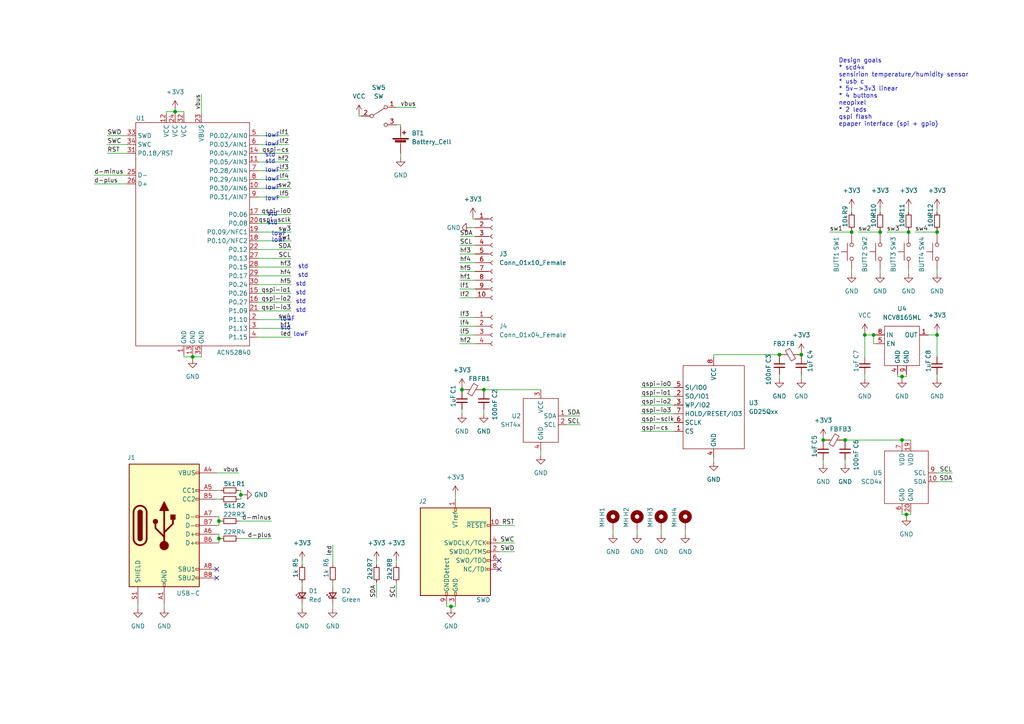
<source format=kicad_sch>
(kicad_sch (version 20211123) (generator eeschema)
  (paper "A4")
  (lib_symbols
    (symbol "Connector:Conn_01x04_Female" (pin_names (offset 1.016) hide)
      (property "Reference" "J" (at 0 5.08 0))
      (property "Value" "Conn_01x04_Female" (at 0 -7.62 0))
      (symbol "Conn_01x04_Female_1_1"
        (pin passive line (at -5.08 2.54 0) (length 3.81) (name "Pin_1") (number "1"))
        (pin passive line (at -5.08 0 0) (length 3.81) (name "Pin_2") (number "2"))
        (pin passive line (at -5.08 -2.54 0) (length 3.81) (name "Pin_3") (number "3"))
        (pin passive line (at -5.08 -5.08 0) (length 3.81) (name "Pin_4") (number "4"))
      )
    )
    (symbol "Connector:Conn_01x10_Female" (pin_names (offset 1.016) hide)
      (property "Reference" "J" (at 0 12.7 0))
      (property "Value" "Conn_01x10_Female" (at 0 -15.24 0))
      (symbol "Conn_01x10_Female_1_1"
        (pin passive line (at -5.08 10.16 0) (length 3.81) (name "Pin_1") (number "1"))
        (pin passive line (at -5.08 -12.7 0) (length 3.81) (name "Pin_10") (number "10"))
        (pin passive line (at -5.08 7.62 0) (length 3.81) (name "Pin_2") (number "2"))
        (pin passive line (at -5.08 5.08 0) (length 3.81) (name "Pin_3") (number "3"))
        (pin passive line (at -5.08 2.54 0) (length 3.81) (name "Pin_4") (number "4"))
        (pin passive line (at -5.08 0 0) (length 3.81) (name "Pin_5") (number "5"))
        (pin passive line (at -5.08 -2.54 0) (length 3.81) (name "Pin_6") (number "6"))
        (pin passive line (at -5.08 -5.08 0) (length 3.81) (name "Pin_7") (number "7"))
        (pin passive line (at -5.08 -7.62 0) (length 3.81) (name "Pin_8") (number "8"))
        (pin passive line (at -5.08 -10.16 0) (length 3.81) (name "Pin_9") (number "9"))
      )
    )
    (symbol "Connector:Conn_ARM_JTAG_SWD_10" (pin_names (offset 1.016))
      (property "Reference" "J" (at -2.54 16.51 0))
      (property "Value" "Conn_ARM_JTAG_SWD_10" (at -2.54 13.97 0))
      (symbol "Conn_ARM_JTAG_SWD_10_1_1"
        (pin power_in line (at 0 15.24 270) (length 2.54) (name "VTref") (number "1"))
        (pin open_collector line (at 12.7 7.62 180) (length 2.54) (name "~{RESET}") (number "10"))
        (pin bidirectional line (at 12.7 0 180) (length 2.54) (name "SWDIO/TMS") (number "2"))
        (pin power_in line (at 0 -15.24 90) (length 2.54) (name "GND") (number "3"))
        (pin output line (at 12.7 2.54 180) (length 2.54) (name "SWDCLK/TCK") (number "4"))
        (pin passive line (at 0 -15.24 90) (length 2.54) hide (name "GND") (number "5"))
        (pin input line (at 12.7 -2.54 180) (length 2.54) (name "SWO/TDO") (number "6"))
        (pin no_connect line (at -10.16 0 0) (length 2.54) hide (name "KEY") (number "7"))
        (pin output line (at 12.7 -5.08 180) (length 2.54) (name "NC/TDI") (number "8"))
        (pin passive line (at -2.54 -15.24 90) (length 2.54) (name "GNDDetect") (number "9"))
      )
    )
    (symbol "Connector:USB_C_Receptacle_USB2.0" (pin_names (offset 1.016))
      (property "Reference" "J" (at -10.16 19.05 0))
      (property "Value" "USB_C_Receptacle_USB2.0" (at 19.05 19.05 0))
      (symbol "USB_C_Receptacle_USB2.0_1_1"
        (pin passive line (at 0 -22.86 90) (length 5.08) (name "GND") (number "A1"))
        (pin passive line (at 0 -22.86 90) (length 5.08) hide (name "GND") (number "A12"))
        (pin passive line (at 15.24 15.24 180) (length 5.08) (name "VBUS") (number "A4"))
        (pin bidirectional line (at 15.24 10.16 180) (length 5.08) (name "CC1") (number "A5"))
        (pin bidirectional line (at 15.24 -2.54 180) (length 5.08) (name "D+") (number "A6"))
        (pin bidirectional line (at 15.24 2.54 180) (length 5.08) (name "D-") (number "A7"))
        (pin bidirectional line (at 15.24 -12.7 180) (length 5.08) (name "SBU1") (number "A8"))
        (pin passive line (at 15.24 15.24 180) (length 5.08) hide (name "VBUS") (number "A9"))
        (pin passive line (at 0 -22.86 90) (length 5.08) hide (name "GND") (number "B1"))
        (pin passive line (at 0 -22.86 90) (length 5.08) hide (name "GND") (number "B12"))
        (pin passive line (at 15.24 15.24 180) (length 5.08) hide (name "VBUS") (number "B4"))
        (pin bidirectional line (at 15.24 7.62 180) (length 5.08) (name "CC2") (number "B5"))
        (pin bidirectional line (at 15.24 -5.08 180) (length 5.08) (name "D+") (number "B6"))
        (pin bidirectional line (at 15.24 0 180) (length 5.08) (name "D-") (number "B7"))
        (pin bidirectional line (at 15.24 -15.24 180) (length 5.08) (name "SBU2") (number "B8"))
        (pin passive line (at 15.24 15.24 180) (length 5.08) hide (name "VBUS") (number "B9"))
        (pin passive line (at -7.62 -22.86 90) (length 5.08) (name "SHIELD") (number "S1"))
      )
    )
    (symbol "Device:Battery_Cell" (pin_numbers hide) (pin_names (offset 0) hide)
      (property "Reference" "BT" (at 2.54 2.54 0))
      (property "Value" "Battery_Cell" (at 2.54 0 0))
      (symbol "Battery_Cell_1_1"
        (pin passive line (at 0 5.08 270) (length 2.54) (name "+") (number "1"))
        (pin passive line (at 0 -2.54 90) (length 2.54) (name "-") (number "2"))
      )
    )
    (symbol "Device:C_Small" (pin_numbers hide) (pin_names (offset 0.254) hide)
      (property "Reference" "C" (at 0.254 1.778 0))
      (property "Value" "C_Small" (at 0.254 -2.032 0))
      (symbol "C_Small_1_1"
        (pin passive line (at 0 2.54 270) (length 2.032) (name "~") (number "1"))
        (pin passive line (at 0 -2.54 90) (length 2.032) (name "~") (number "2"))
      )
    )
    (symbol "Device:FerriteBead_Small" (pin_numbers hide) (pin_names (offset 0))
      (property "Reference" "FB" (at 1.905 1.27 0))
      (property "Value" "FerriteBead_Small" (at 1.905 -1.27 0))
      (symbol "FerriteBead_Small_1_1"
        (pin passive line (at 0 2.54 270) (length 1.27) (name "~") (number "1"))
        (pin passive line (at 0 -2.54 90) (length 1.27) (name "~") (number "2"))
      )
    )
    (symbol "Device:LED_Small" (pin_numbers hide) (pin_names (offset 0.254) hide)
      (property "Reference" "D" (at -1.27 3.175 0))
      (property "Value" "LED_Small" (at -4.445 -2.54 0))
      (symbol "LED_Small_1_1"
        (pin passive line (at -2.54 0 0) (length 1.778) (name "K") (number "1"))
        (pin passive line (at 2.54 0 180) (length 1.778) (name "A") (number "2"))
      )
    )
    (symbol "Device:R_Small" (pin_numbers hide) (pin_names (offset 0.254) hide)
      (property "Reference" "R" (at 0.762 0.508 0))
      (property "Value" "R_Small" (at 0.762 -1.016 0))
      (symbol "R_Small_1_1"
        (pin passive line (at 0 2.54 270) (length 0.762) (name "~") (number "1"))
        (pin passive line (at 0 -2.54 90) (length 0.762) (name "~") (number "2"))
      )
    )
    (symbol "Mechanical:MountingHole_Pad" (pin_numbers hide) (pin_names (offset 1.016) hide)
      (property "Reference" "H" (at 0 6.35 0))
      (property "Value" "MountingHole_Pad" (at 0 4.445 0))
      (symbol "MountingHole_Pad_1_1"
        (pin input line (at 0 -2.54 90) (length 2.54) (name "1") (number "1"))
      )
    )
    (symbol "Switch:SW_Push" (pin_numbers hide) (pin_names (offset 1.016) hide)
      (property "Reference" "SW" (at 1.27 2.54 0))
      (property "Value" "SW_Push" (at 0 -1.524 0))
      (symbol "SW_Push_0_1"
        (pin passive line (at -5.08 0 0) (length 2.54) (name "1") (number "1"))
        (pin passive line (at 5.08 0 180) (length 2.54) (name "2") (number "2"))
      )
    )
    (symbol "Switch:SW_SPDT" (pin_names (offset 0) hide)
      (property "Reference" "SW" (at 0 4.318 0))
      (property "Value" "SW_SPDT" (at 0 -5.08 0))
      (symbol "SW_SPDT_1_1"
        (pin passive line (at 5.08 2.54 180) (length 2.54) (name "A") (number "1"))
        (pin passive line (at -5.08 0 0) (length 2.54) (name "B") (number "2"))
        (pin passive line (at 5.08 -2.54 180) (length 2.54) (name "C") (number "3"))
      )
    )
    (symbol "moonforge-kicad:ACN52840"
      (property "Reference" "U" (at 13.97 43.18 0))
      (property "Value" "ACN52840" (at 11.43 -24.13 0))
      (symbol "ACN52840_1_1"
        (pin power_in line (at -2.54 -25.4 90) (length 2.54) (name "GND") (number "1"))
        (pin bidirectional line (at 19.05 22.86 180) (length 2.54) (name "P0.30/AIN6") (number "10"))
        (pin bidirectional line (at 19.05 30.48 180) (length 2.54) (name "P0.05/AIN3") (number "11"))
        (pin power_in line (at -7.62 44.45 270) (length 2.54) (name "VCC") (number "12"))
        (pin power_in line (at 0 -25.4 90) (length 2.54) (name "GND") (number "13"))
        (pin bidirectional line (at 19.05 33.02 180) (length 2.54) (name "P0.04/AIN2") (number "14"))
        (pin bidirectional line (at 19.05 -7.62 180) (length 2.54) (name "P0.26") (number "15"))
        (pin bidirectional line (at 19.05 -10.16 180) (length 2.54) (name "P0.27") (number "16"))
        (pin bidirectional line (at 19.05 15.24 180) (length 2.54) (name "P0.06") (number "17"))
        (pin bidirectional line (at 19.05 7.62 180) (length 2.54) (name "P0.10/NFC2") (number "18"))
        (pin bidirectional line (at 19.05 10.16 180) (length 2.54) (name "P0.09/NFC1") (number "19"))
        (pin bidirectional line (at 19.05 -15.24 180) (length 2.54) (name "P1.10") (number "2"))
        (pin bidirectional line (at 19.05 12.7 180) (length 2.54) (name "P0.08") (number "20"))
        (pin bidirectional line (at 19.05 -12.7 180) (length 2.54) (name "P1.09") (number "21"))
        (pin bidirectional line (at 19.05 5.08 180) (length 2.54) (name "P0.12") (number "22"))
        (pin input line (at 2.54 44.45 270) (length 2.54) (name "VBUS") (number "23"))
        (pin power_in line (at -5.08 44.45 270) (length 2.54) (name "VCC") (number "24"))
        (pin bidirectional line (at -19.05 26.67 0) (length 2.54) (name "D-") (number "25"))
        (pin bidirectional line (at -19.05 24.13 0) (length 2.54) (name "D+") (number "26"))
        (pin bidirectional line (at 19.05 2.54 180) (length 2.54) (name "P0.13") (number "27"))
        (pin bidirectional line (at 19.05 0 180) (length 2.54) (name "P0.15") (number "28"))
        (pin bidirectional line (at 19.05 -2.54 180) (length 2.54) (name "P0.17") (number "29"))
        (pin bidirectional line (at 19.05 -17.78 180) (length 2.54) (name "P1.13") (number "3"))
        (pin bidirectional line (at 19.05 -5.08 180) (length 2.54) (name "P0.24") (number "30"))
        (pin bidirectional line (at -19.05 33.02 0) (length 2.54) (name "P0.18/RST") (number "31"))
        (pin power_in line (at -2.54 44.45 270) (length 2.54) (name "VCC") (number "32"))
        (pin bidirectional line (at -19.05 38.1 0) (length 2.54) (name "SWD") (number "33"))
        (pin bidirectional line (at -19.05 35.56 0) (length 2.54) (name "SWC") (number "34"))
        (pin power_in line (at 2.54 -25.4 90) (length 2.54) (name "GND") (number "35"))
        (pin bidirectional line (at 19.05 -20.32 180) (length 2.54) (name "P1.15") (number "4"))
        (pin bidirectional line (at 19.05 38.1 180) (length 2.54) (name "P0.02/AIN0") (number "5"))
        (pin bidirectional line (at 19.05 35.56 180) (length 2.54) (name "P0.03/AIN1") (number "6"))
        (pin bidirectional line (at 19.05 27.94 180) (length 2.54) (name "P0.28/AIN4") (number "7"))
        (pin bidirectional line (at 19.05 25.4 180) (length 2.54) (name "P0.29/AIN5") (number "8"))
        (pin bidirectional line (at 19.05 20.32 180) (length 2.54) (name "P0.31/AIN7") (number "9"))
      )
    )
    (symbol "moonforge-kicad:GD25Qxx"
      (property "Reference" "U" (at 8.89 38.1 0))
      (property "Value" "GD25Qxx" (at 7.62 11.43 0))
      (symbol "GD25Qxx_1_1"
        (pin input line (at -10.16 17.78 0) (length 2.54) (name "CS") (number "1"))
        (pin input line (at -10.16 27.94 0) (length 2.54) (name "SO/IO1") (number "2"))
        (pin input line (at -10.16 25.4 0) (length 2.54) (name "WP/IO2") (number "3"))
        (pin power_in line (at 1.27 10.16 90) (length 2.54) (name "GND") (number "4"))
        (pin input line (at -10.16 30.48 0) (length 2.54) (name "SI/IO0") (number "5"))
        (pin input line (at -10.16 20.32 0) (length 2.54) (name "SCLK") (number "6"))
        (pin input line (at -10.16 22.86 0) (length 2.54) (name "HOLD/RESET/IO3") (number "7"))
        (pin power_in line (at 1.27 39.37 270) (length 2.54) (name "VCC") (number "8"))
      )
    )
    (symbol "moonforge-kicad:NCV8165ML"
      (property "Reference" "U" (at 3.81 10.16 0))
      (property "Value" "NCV8165ML" (at 7.62 -3.81 0))
      (symbol "NCV8165ML_1_1"
        (pin power_out line (at 7.62 6.35 180) (length 2.54) (name "OUT") (number "1"))
        (pin power_in line (at -1.27 -5.08 90) (length 2.54) (name "GND") (number "4"))
        (pin input line (at -7.62 3.81 0) (length 2.54) (name "EN") (number "5"))
        (pin power_in line (at -7.62 6.35 0) (length 2.54) (name "IN") (number "8"))
        (pin power_in line (at 1.27 -5.08 90) (length 2.54) (name "GND") (number "9"))
      )
    )
    (symbol "moonforge-kicad:SCD4x"
      (property "Reference" "U" (at -1.27 17.78 0))
      (property "Value" "SCD4x" (at -1.27 0 0))
      (symbol "SCD4x_1_1"
        (pin open_collector line (at 2.54 7.62 180) (length 2.54) (name "SDA") (number "10"))
        (pin power_in line (at -5.08 19.05 270) (length 2.54) (name "VDD") (number "19"))
        (pin power_in line (at -5.08 -1.27 90) (length 2.54) (name "GND") (number "20"))
        (pin power_in line (at -7.62 -1.27 90) (length 2.54) (name "GND") (number "6"))
        (pin power_in line (at -7.62 19.05 270) (length 2.54) (name "VDD") (number "7"))
        (pin open_collector line (at 2.54 10.16 180) (length 2.54) (name "SCL") (number "9"))
      )
    )
    (symbol "moonforge-kicad:SHT4x"
      (property "Reference" "U" (at 3.81 7.62 0))
      (property "Value" "SHT4x" (at 3.81 -7.62 0))
      (symbol "SHT4x_1_1"
        (pin open_collector line (at 7.62 1.27 180) (length 2.54) (name "SDA") (number "1"))
        (pin open_collector line (at 7.62 -1.27 180) (length 2.54) (name "SCL") (number "2"))
        (pin power_in line (at 0 8.89 270) (length 2.54) (name "VCC") (number "3"))
        (pin power_in line (at 0 -8.89 90) (length 2.54) (name "GND") (number "4"))
      )
    )
    (symbol "power:+3V3" (power) (pin_names (offset 0))
      (property "Value" "+3V3" (at 0 3.556 0))
      (symbol "+3V3_1_1"
        (pin power_in line (at 0 0 90) (length 0) hide (name "+3V3") (number "1"))
      )
    )
    (symbol "power:GND" (power) (pin_names (offset 0))
      (property "Value" "GND" (at 0 -3.81 0))
      (symbol "GND_1_1"
        (pin power_in line (at 0 0 270) (length 0) hide (name "GND") (number "1"))
      )
    )
    (symbol "power:VCC" (power) (pin_names (offset 0))
      (property "Value" "VCC" (at 0 3.81 0))
      (symbol "VCC_1_1"
        (pin power_in line (at 0 0 90) (length 0) hide (name "VCC") (number "1"))
      )
    )
  )
  (junction (at 271.78 67.31))
  (junction (at 50.8 32.385))
  (junction (at 263.525 67.31))
  (junction (at 238.76 127.635))
  (junction (at 55.88 103.505))
  (junction (at 271.78 97.155))
  (junction (at 250.825 97.155))
  (junction (at 255.27 67.31))
  (junction (at 247.015 67.31))
  (junction (at 262.89 149.225))
  (junction (at 245.11 127.635))
  (junction (at 226.06 102.87))
  (junction (at 261.62 127.635))
  (junction (at 261.62 109.22))
  (junction (at 63.5 156.21))
  (junction (at 133.985 113.03))
  (junction (at 63.5 151.13))
  (junction (at 130.81 175.895))
  (junction (at 140.335 113.03))
  (junction (at 232.41 102.87))
  (junction (at 253.365 97.155))
  (junction (at 69.85 143.51))
  (no_connect (at 144.78 162.56))
  (no_connect (at 144.78 165.1))
  (no_connect (at 62.865 167.64))
  (no_connect (at 62.865 165.1))
  (wire (pts (xy 140.335 113.03) (xy 156.845 113.03)))
  (wire (pts (xy 62.865 154.94) (xy 63.5 154.94)))
  (wire (pts (xy 74.93 52.07) (xy 83.82 52.07)))
  (wire (pts (xy 129.54 175.26) (xy 129.54 175.895)))
  (wire (pts (xy 255.27 60.325) (xy 255.27 61.595)))
  (wire (pts (xy 69.85 142.24) (xy 69.85 143.51)))
  (wire (pts (xy 164.465 123.19) (xy 168.275 123.19)))
  (wire (pts (xy 62.865 144.78) (xy 64.135 144.78)))
  (wire (pts (xy 140.335 113.03) (xy 140.335 113.665)))
  (wire (pts (xy 144.78 152.4) (xy 149.225 152.4)))
  (wire (pts (xy 232.41 108.585) (xy 232.41 109.855)))
  (wire (pts (xy 262.89 109.22) (xy 262.89 108.585)))
  (wire (pts (xy 164.465 120.65) (xy 168.275 120.65)))
  (wire (pts (xy 62.865 149.86) (xy 63.5 149.86)))
  (wire (pts (xy 129.54 175.895) (xy 130.81 175.895)))
  (wire (pts (xy 84.455 85.09) (xy 74.93 85.09)))
  (wire (pts (xy 69.85 143.51) (xy 69.85 144.78)))
  (wire (pts (xy 263.525 78.105) (xy 263.525 79.375)))
  (wire (pts (xy 27.305 50.8) (xy 36.83 50.8)))
  (wire (pts (xy 133.985 113.03) (xy 133.985 113.665)))
  (wire (pts (xy 255.27 66.675) (xy 255.27 67.31)))
  (wire (pts (xy 63.5 149.86) (xy 63.5 151.13)))
  (wire (pts (xy 74.93 54.61) (xy 84.455 54.61)))
  (wire (pts (xy 238.76 127) (xy 238.76 127.635)))
  (wire (pts (xy 198.755 153.67) (xy 198.755 154.94)))
  (wire (pts (xy 50.8 32.385) (xy 50.8 33.02)))
  (wire (pts (xy 186.055 122.555) (xy 195.58 122.555)))
  (wire (pts (xy 53.34 32.385) (xy 50.8 32.385)))
  (wire (pts (xy 133.35 76.2) (xy 137.795 76.2)))
  (wire (pts (xy 48.26 33.02) (xy 48.26 32.385)))
  (wire (pts (xy 186.055 114.935) (xy 195.58 114.935)))
  (wire (pts (xy 271.78 97.155) (xy 269.24 97.155)))
  (wire (pts (xy 55.88 103.505) (xy 55.88 102.87)))
  (wire (pts (xy 262.89 149.225) (xy 262.89 149.86)))
  (wire (pts (xy 264.16 128.27) (xy 264.16 127.635)))
  (wire (pts (xy 96.52 168.91) (xy 96.52 170.18)))
  (wire (pts (xy 255.27 78.105) (xy 255.27 79.375)))
  (wire (pts (xy 133.35 94.615) (xy 137.795 94.615)))
  (wire (pts (xy 109.22 162.56) (xy 109.22 163.83)))
  (wire (pts (xy 261.62 148.59) (xy 261.62 149.225)))
  (wire (pts (xy 261.62 109.22) (xy 262.89 109.22)))
  (wire (pts (xy 109.22 168.91) (xy 109.22 173.355)))
  (wire (pts (xy 191.77 153.67) (xy 191.77 154.94)))
  (wire (pts (xy 74.93 62.23) (xy 84.455 62.23)))
  (wire (pts (xy 96.52 175.26) (xy 96.52 176.53)))
  (wire (pts (xy 261.62 128.27) (xy 261.62 127.635)))
  (wire (pts (xy 261.62 109.22) (xy 261.62 109.855)))
  (wire (pts (xy 74.93 44.45) (xy 83.82 44.45)))
  (wire (pts (xy 63.5 151.13) (xy 64.135 151.13)))
  (wire (pts (xy 62.865 137.16) (xy 69.215 137.16)))
  (wire (pts (xy 271.78 137.16) (xy 276.225 137.16)))
  (wire (pts (xy 48.26 32.385) (xy 50.8 32.385)))
  (wire (pts (xy 184.785 153.67) (xy 184.785 154.94)))
  (wire (pts (xy 55.88 103.505) (xy 55.88 104.14)))
  (wire (pts (xy 62.865 157.48) (xy 63.5 157.48)))
  (wire (pts (xy 31.115 41.91) (xy 36.83 41.91)))
  (wire (pts (xy 254 99.695) (xy 253.365 99.695)))
  (wire (pts (xy 133.985 118.745) (xy 133.985 120.015)))
  (wire (pts (xy 74.93 82.55) (xy 84.455 82.55)))
  (wire (pts (xy 58.42 102.87) (xy 58.42 103.505)))
  (wire (pts (xy 226.695 102.87) (xy 226.06 102.87)))
  (wire (pts (xy 137.16 63.5) (xy 137.795 63.5)))
  (wire (pts (xy 114.935 36.195) (xy 116.205 36.195)))
  (wire (pts (xy 271.78 78.105) (xy 271.78 79.375)))
  (wire (pts (xy 136.525 66.04) (xy 137.795 66.04)))
  (wire (pts (xy 114.935 162.56) (xy 114.935 163.83)))
  (wire (pts (xy 74.93 57.15) (xy 83.82 57.15)))
  (wire (pts (xy 244.475 127.635) (xy 245.11 127.635)))
  (wire (pts (xy 271.78 60.325) (xy 271.78 61.595)))
  (wire (pts (xy 130.81 175.895) (xy 130.81 176.53)))
  (wire (pts (xy 238.76 133.35) (xy 238.76 134.62)))
  (wire (pts (xy 58.42 103.505) (xy 55.88 103.505)))
  (wire (pts (xy 69.85 144.78) (xy 69.215 144.78)))
  (wire (pts (xy 74.93 39.37) (xy 83.82 39.37)))
  (wire (pts (xy 271.78 96.52) (xy 271.78 97.155)))
  (wire (pts (xy 260.35 109.22) (xy 261.62 109.22)))
  (wire (pts (xy 226.06 108.585) (xy 226.06 109.855)))
  (wire (pts (xy 114.935 31.115) (xy 120.65 31.115)))
  (wire (pts (xy 226.06 102.87) (xy 226.06 103.505)))
  (wire (pts (xy 261.62 127.635) (xy 264.16 127.635)))
  (wire (pts (xy 238.76 127.635) (xy 238.76 128.27)))
  (wire (pts (xy 27.305 53.34) (xy 36.83 53.34)))
  (wire (pts (xy 50.8 32.385) (xy 50.8 31.75)))
  (wire (pts (xy 58.42 27.305) (xy 58.42 33.02)))
  (wire (pts (xy 69.215 156.21) (xy 78.74 156.21)))
  (wire (pts (xy 31.115 44.45) (xy 36.83 44.45)))
  (wire (pts (xy 245.11 133.35) (xy 245.11 134.62)))
  (wire (pts (xy 261.62 149.225) (xy 262.89 149.225)))
  (wire (pts (xy 247.015 60.325) (xy 247.015 61.595)))
  (wire (pts (xy 133.35 92.075) (xy 137.795 92.075)))
  (wire (pts (xy 74.93 69.85) (xy 84.455 69.85)))
  (wire (pts (xy 271.78 139.7) (xy 276.225 139.7)))
  (wire (pts (xy 248.92 67.31) (xy 255.27 67.31)))
  (wire (pts (xy 232.41 102.235) (xy 232.41 102.87)))
  (wire (pts (xy 133.35 86.36) (xy 137.795 86.36)))
  (wire (pts (xy 63.5 156.21) (xy 64.135 156.21)))
  (wire (pts (xy 74.93 64.77) (xy 84.455 64.77)))
  (wire (pts (xy 133.985 112.395) (xy 133.985 113.03)))
  (wire (pts (xy 232.41 102.87) (xy 231.775 102.87)))
  (wire (pts (xy 87.63 175.26) (xy 87.63 176.53)))
  (wire (pts (xy 186.055 112.395) (xy 195.58 112.395)))
  (wire (pts (xy 133.35 81.28) (xy 137.795 81.28)))
  (wire (pts (xy 186.055 125.095) (xy 195.58 125.095)))
  (wire (pts (xy 255.27 67.31) (xy 255.27 67.945)))
  (wire (pts (xy 133.35 97.155) (xy 137.795 97.155)))
  (wire (pts (xy 114.935 168.91) (xy 114.935 173.355)))
  (wire (pts (xy 74.93 72.39) (xy 84.455 72.39)))
  (wire (pts (xy 250.825 97.155) (xy 250.825 103.505)))
  (wire (pts (xy 62.865 152.4) (xy 63.5 152.4)))
  (wire (pts (xy 257.175 67.31) (xy 263.525 67.31)))
  (wire (pts (xy 264.16 148.59) (xy 264.16 149.225)))
  (wire (pts (xy 74.93 95.25) (xy 84.455 95.25)))
  (wire (pts (xy 253.365 97.155) (xy 253.365 99.695)))
  (wire (pts (xy 40.005 175.26) (xy 40.005 176.53)))
  (wire (pts (xy 63.5 156.21) (xy 63.5 157.48)))
  (wire (pts (xy 232.41 102.87) (xy 232.41 103.505)))
  (wire (pts (xy 247.015 78.105) (xy 247.015 79.375)))
  (wire (pts (xy 87.63 168.91) (xy 87.63 170.18)))
  (wire (pts (xy 74.93 97.79) (xy 84.455 97.79)))
  (wire (pts (xy 62.865 142.24) (xy 64.135 142.24)))
  (wire (pts (xy 250.825 108.585) (xy 250.825 109.855)))
  (wire (pts (xy 240.665 67.31) (xy 247.015 67.31)))
  (wire (pts (xy 207.01 132.715) (xy 207.01 133.985)))
  (wire (pts (xy 74.93 67.31) (xy 84.455 67.31)))
  (wire (pts (xy 247.015 66.675) (xy 247.015 67.31)))
  (wire (pts (xy 144.78 157.48) (xy 149.225 157.48)))
  (wire (pts (xy 74.93 41.91) (xy 83.82 41.91)))
  (wire (pts (xy 144.78 160.02) (xy 149.225 160.02)))
  (wire (pts (xy 247.015 67.31) (xy 247.015 67.945)))
  (wire (pts (xy 263.525 67.31) (xy 263.525 67.945)))
  (wire (pts (xy 74.93 46.99) (xy 83.82 46.99)))
  (wire (pts (xy 69.85 143.51) (xy 70.485 143.51)))
  (wire (pts (xy 96.52 158.115) (xy 96.52 163.83)))
  (wire (pts (xy 133.35 71.12) (xy 137.795 71.12)))
  (wire (pts (xy 74.93 49.53) (xy 83.82 49.53)))
  (wire (pts (xy 63.5 151.13) (xy 63.5 152.4)))
  (wire (pts (xy 271.78 66.675) (xy 271.78 67.31)))
  (wire (pts (xy 104.14 33.655) (xy 104.775 33.655)))
  (wire (pts (xy 116.205 44.45) (xy 116.205 45.72)))
  (wire (pts (xy 253.365 97.155) (xy 254 97.155)))
  (wire (pts (xy 271.78 103.505) (xy 271.78 97.155)))
  (wire (pts (xy 74.93 92.71) (xy 84.455 92.71)))
  (wire (pts (xy 132.08 175.26) (xy 132.08 175.895)))
  (wire (pts (xy 263.525 66.675) (xy 263.525 67.31)))
  (wire (pts (xy 53.34 103.505) (xy 55.88 103.505)))
  (wire (pts (xy 69.215 142.24) (xy 69.85 142.24)))
  (wire (pts (xy 238.76 127.635) (xy 239.395 127.635)))
  (wire (pts (xy 69.215 151.13) (xy 78.74 151.13)))
  (wire (pts (xy 104.14 33.02) (xy 104.14 33.655)))
  (wire (pts (xy 137.16 62.865) (xy 137.16 63.5)))
  (wire (pts (xy 186.055 117.475) (xy 195.58 117.475)))
  (wire (pts (xy 140.335 118.745) (xy 140.335 120.015)))
  (wire (pts (xy 130.81 175.895) (xy 132.08 175.895)))
  (wire (pts (xy 133.35 73.66) (xy 137.795 73.66)))
  (wire (pts (xy 139.7 113.03) (xy 140.335 113.03)))
  (wire (pts (xy 262.89 149.225) (xy 264.16 149.225)))
  (wire (pts (xy 250.825 97.155) (xy 253.365 97.155)))
  (wire (pts (xy 265.43 67.31) (xy 271.78 67.31)))
  (wire (pts (xy 207.01 102.87) (xy 226.06 102.87)))
  (wire (pts (xy 116.205 36.195) (xy 116.205 36.83)))
  (wire (pts (xy 207.01 103.505) (xy 207.01 102.87)))
  (wire (pts (xy 271.78 108.585) (xy 271.78 109.855)))
  (wire (pts (xy 177.8 153.67) (xy 177.8 154.94)))
  (wire (pts (xy 133.985 113.03) (xy 134.62 113.03)))
  (wire (pts (xy 53.34 102.87) (xy 53.34 103.505)))
  (wire (pts (xy 260.35 108.585) (xy 260.35 109.22)))
  (wire (pts (xy 31.115 39.37) (xy 36.83 39.37)))
  (wire (pts (xy 263.525 60.325) (xy 263.525 61.595)))
  (wire (pts (xy 156.845 130.81) (xy 156.845 132.08)))
  (wire (pts (xy 132.08 143.51) (xy 132.08 144.78)))
  (wire (pts (xy 74.93 74.93) (xy 84.455 74.93)))
  (wire (pts (xy 133.35 68.58) (xy 137.795 68.58)))
  (wire (pts (xy 245.11 127.635) (xy 245.11 128.27)))
  (wire (pts (xy 47.625 175.26) (xy 47.625 176.53)))
  (wire (pts (xy 186.055 120.015) (xy 195.58 120.015)))
  (wire (pts (xy 74.93 87.63) (xy 84.455 87.63)))
  (wire (pts (xy 84.455 80.01) (xy 74.93 80.01)))
  (wire (pts (xy 133.35 83.82) (xy 137.795 83.82)))
  (wire (pts (xy 133.35 78.74) (xy 137.795 78.74)))
  (wire (pts (xy 84.455 90.17) (xy 74.93 90.17)))
  (wire (pts (xy 271.78 67.31) (xy 271.78 67.945)))
  (wire (pts (xy 63.5 154.94) (xy 63.5 156.21)))
  (wire (pts (xy 87.63 162.56) (xy 87.63 163.83)))
  (wire (pts (xy 53.34 33.02) (xy 53.34 32.385)))
  (wire (pts (xy 250.825 96.52) (xy 250.825 97.155)))
  (wire (pts (xy 84.455 77.47) (xy 74.93 77.47)))
  (wire (pts (xy 245.11 127.635) (xy 261.62 127.635)))
  (wire (pts (xy 133.35 99.695) (xy 137.795 99.695)))
  (text "std\n" (at 85.725 83.185 0) (effects (font (size 1.27 1.27)) (justify left bottom)))
  (text "lowF\n" (at 76.835 52.705 0) (effects (font (size 1.27 1.27)) (justify left bottom)))
  (text "lowF\n" (at 76.835 50.165 0) (effects (font (size 1.27 1.27)) (justify left bottom)))
  (text "std\n" (at 76.835 47.625 0) (effects (font (size 1.27 1.27)) (justify left bottom)))
  (text "std\n" (at 77.47 62.865 0) (effects (font (size 1.27 1.27)) (justify left bottom)))
  (text "lowF\n" (at 78.74 68.58 0) (effects (font (size 1.27 1.27)) (justify left bottom)))
  (text "std\n" (at 85.725 85.725 0) (effects (font (size 1.27 1.27)) (justify left bottom)))
  (text "lowF\n" (at 76.835 42.545 0) (effects (font (size 1.27 1.27)) (justify left bottom)))
  (text "std\n" (at 86.36 78.105 0) (effects (font (size 1.27 1.27)) (justify left bottom)))
  (text "Design goals\n* scd4x\nsensirion temperature/humidity sensor\n* usb c\n* 5v->3v3 linear\n* 4 buttons\nneopixel\n* 2 leds\nqspi flash\nepaper interface (spi + gpio)" (at 243.205 36.83 0) (effects (font (size 1.27 1.27)) (justify left bottom)))
  (text "lowF\n" (at 76.835 58.42 0) (effects (font (size 1.27 1.27)) (justify left bottom)))
  (text "lowF\n" (at 76.835 40.005 0) (effects (font (size 1.27 1.27)) (justify left bottom)))
  (text "lowF\n" (at 78.74 70.485 0) (effects (font (size 1.27 1.27)) (justify left bottom)))
  (text "std\n" (at 86.36 80.645 0) (effects (font (size 1.27 1.27)) (justify left bottom)))
  (text "std\n" (at 76.835 45.72 0) (effects (font (size 1.27 1.27)) (justify left bottom)))
  (text "lowF\n" (at 76.835 55.245 0) (effects (font (size 1.27 1.27)) (justify left bottom)))
  (text "std\n" (at 81.28 95.885 0) (effects (font (size 1.27 1.27)) (justify left bottom)))
  (text "std\n" (at 85.725 88.265 0) (effects (font (size 1.27 1.27)) (justify left bottom)))
  (text "std\n" (at 85.725 90.805 0) (effects (font (size 1.27 1.27)) (justify left bottom)))
  (text "std\n" (at 77.47 65.405 0) (effects (font (size 1.27 1.27)) (justify left bottom)))
  (text "lowF\n" (at 85.09 97.79 0) (effects (font (size 1.27 1.27)) (justify left bottom)))
  (text "lowF\n" (at 81.28 93.345 0) (effects (font (size 1.27 1.27)) (justify left bottom)))
  (label "lf5" (at 133.35 97.155 0))
  (label "lf1" (at 133.35 83.82 0))
  (label "qspi-cs" (at 186.055 125.095 0))
  (label "lf3" (at 83.82 49.53 180))
  (label "sw4" (at 265.43 67.31 0))
  (label "qspi-io2" (at 186.055 117.475 0))
  (label "vbus" (at 69.215 137.16 180))
  (label "sw4" (at 84.455 92.71 180))
  (label "d-minus" (at 78.74 151.13 180))
  (label "sw3" (at 257.175 67.31 0))
  (label "qspi-io0" (at 84.455 62.23 180))
  (label "SCL" (at 168.275 123.19 180))
  (label "SDA" (at 109.22 173.355 90))
  (label "SWC" (at 149.225 157.48 180))
  (label "SCL" (at 133.35 71.12 0))
  (label "hf3" (at 133.35 73.66 0))
  (label "hf5" (at 133.35 78.74 0))
  (label "hf2" (at 133.35 99.695 0))
  (label "SDA" (at 133.35 68.58 0))
  (label "hf2" (at 83.82 46.99 180))
  (label "SCL" (at 276.225 137.16 180))
  (label "led" (at 96.52 158.115 270))
  (label "SWD" (at 149.225 160.02 180))
  (label "hf4" (at 133.35 76.2 0))
  (label "d-plus" (at 27.305 53.34 0))
  (label "SCL" (at 84.455 74.93 180))
  (label "hf4" (at 84.455 80.01 180))
  (label "SWD" (at 31.115 39.37 0))
  (label "hf1" (at 84.455 95.25 180))
  (label "sw2" (at 84.455 54.61 180))
  (label "lf4" (at 83.82 52.07 180))
  (label "SDA" (at 168.275 120.65 180))
  (label "sw2" (at 248.92 67.31 0))
  (label "hf3" (at 84.455 77.47 180))
  (label "qspi-cs" (at 83.82 44.45 180))
  (label "qspi-io1" (at 186.055 114.935 0))
  (label "lf2" (at 83.82 41.91 180))
  (label "qspi-sclk" (at 186.055 122.555 0))
  (label "sw1" (at 84.455 69.85 180))
  (label "qspi-io2" (at 84.455 87.63 180))
  (label "qspi-io1" (at 84.455 85.09 180))
  (label "d-minus" (at 27.305 50.8 0))
  (label "RST" (at 31.115 44.45 0))
  (label "SDA" (at 276.225 139.7 180))
  (label "SDA" (at 84.455 72.39 180))
  (label "lf5" (at 83.82 57.15 180))
  (label "qspi-sclk" (at 84.455 64.77 180))
  (label "RST" (at 149.225 152.4 180))
  (label "lf3" (at 133.35 92.075 0))
  (label "sw3" (at 84.455 67.31 180))
  (label "vbus" (at 120.65 31.115 180))
  (label "qspi-io3" (at 84.455 90.17 180))
  (label "sw1" (at 240.665 67.31 0))
  (label "SWC" (at 31.115 41.91 0))
  (label "hf1" (at 133.35 81.28 0))
  (label "qspi-io0" (at 186.055 112.395 0))
  (label "d-plus" (at 78.74 156.21 180))
  (label "lf1" (at 83.82 39.37 180))
  (label "led" (at 84.455 97.79 180))
  (label "lf2" (at 133.35 86.36 0))
  (label "hf5" (at 84.455 82.55 180))
  (label "SCL" (at 114.935 173.355 90))
  (label "lf4" (at 133.35 94.615 0))
  (label "qspi-io3" (at 186.055 120.015 0))
  (label "vbus" (at 58.42 27.305 270))
  (symbol (lib_id "power:+3V3") (at 263.525 60.325 0) (unit 1)
    (property "Reference" "#PWR0127" (effects hide))
    (property "Value" "+3V3" (at 263.525 55.245 0))
  )
  (symbol (lib_id "power:GND") (at 250.825 109.855 0) (unit 1)
    (property "Reference" "#PWR0120" (effects hide))
    (property "Value" "GND" (at 250.825 114.935 0))
  )
  (symbol (lib_id "Mechanical:MountingHole_Pad") (at 177.8 151.13 0) (unit 1)
    (property "Reference" "H1" (at 174.625 149.86 90) (effects (justify left)))
    (property "Value" "MH" (at 174.625 153.035 90) (effects (justify left)))
    (property "Footprint" "MountingHole:MountingHole_2.5mm_Pad_Via" (effects hide))
  )
  (symbol (lib_id "moonforge-kicad:SHT4x") (at 156.845 121.92 0) (unit 1)
    (property "Reference" "U2" (at 151.13 120.6499 0) (effects (justify right)))
    (property "Value" "SHT4x" (at 151.13 123.1899 0) (effects (justify right)))
    (property "Footprint" "moonforge-pcb:SHT4x" (effects hide))
  )
  (symbol (lib_id "Device:R_Small") (at 66.675 151.13 90) (unit 1)
    (property "Reference" "R3" (at 69.85 149.225 90))
    (property "Value" "22R" (at 66.675 149.225 90))
    (property "Footprint" "Resistor_SMD:R_0603_1608Metric_Pad0.98x0.95mm_HandSolder" (effects hide))
  )
  (symbol (lib_id "power:GND") (at 140.335 120.015 0) (unit 1)
    (property "Reference" "#PWR0113" (effects hide))
    (property "Value" "GND" (at 140.335 125.095 0))
  )
  (symbol (lib_id "power:GND") (at 232.41 109.855 0) (mirror y) (unit 1)
    (property "Reference" "#PWR0139" (effects hide))
    (property "Value" "GND" (at 232.41 114.935 0))
  )
  (symbol (lib_id "Device:LED_Small") (at 96.52 172.72 90) (unit 1)
    (property "Reference" "D2" (at 99.06 171.3864 90) (effects (justify right)))
    (property "Value" "Green" (at 99.06 173.9264 90) (effects (justify right)))
    (property "Footprint" "LED_SMD:LED_0805_2012Metric_Pad1.15x1.40mm_HandSolder" (effects hide))
  )
  (symbol (lib_id "power:+3V3") (at 109.22 162.56 0) (unit 1)
    (property "Reference" "#PWR0104" (effects hide))
    (property "Value" "+3V3" (at 109.22 157.48 0))
  )
  (symbol (lib_id "power:+3V3") (at 232.41 102.235 0) (mirror y) (unit 1)
    (property "Reference" "#PWR0138" (effects hide))
    (property "Value" "+3V3" (at 232.41 97.155 0))
  )
  (symbol (lib_id "Device:C_Small") (at 226.06 106.045 0) (mirror y) (unit 1)
    (property "Reference" "C3" (at 222.885 105.41 90) (effects (justify left)))
    (property "Value" "100nF" (at 222.885 111.76 90) (effects (justify left)))
    (property "Footprint" "Capacitor_SMD:C_0603_1608Metric_Pad1.08x0.95mm_HandSolder" (effects hide))
  )
  (symbol (lib_id "Device:LED_Small") (at 87.63 172.72 90) (unit 1)
    (property "Reference" "D1" (at 89.535 171.3864 90) (effects (justify right)))
    (property "Value" "Red" (at 89.535 173.9264 90) (effects (justify right)))
    (property "Footprint" "LED_SMD:LED_0805_2012Metric_Pad1.15x1.40mm_HandSolder" (effects hide))
  )
  (symbol (lib_id "moonforge-kicad:ACN52840") (at 55.88 77.47 0) (unit 1)
    (property "Reference" "U1" (at 39.37 34.29 0) (effects (justify left)))
    (property "Value" "ACN52840" (at 62.865 102.235 0) (effects (justify left)))
    (property "Footprint" "moonforge-pcb:ANC52840" (effects hide))
  )
  (symbol (lib_id "Device:C_Small") (at 238.76 130.81 0) (unit 1)
    (property "Reference" "C5" (at 236.22 128.905 90) (effects (justify left)))
    (property "Value" "1uF" (at 236.22 132.715 90) (effects (justify left)))
    (property "Footprint" "Capacitor_SMD:C_0805_2012Metric_Pad1.18x1.45mm_HandSolder" (effects hide))
  )
  (symbol (lib_id "power:+3V3") (at 50.8 31.75 0) (unit 1)
    (property "Reference" "#PWR0108" (effects hide))
    (property "Value" "+3V3" (at 50.8 26.67 0))
  )
  (symbol (lib_id "power:GND") (at 96.52 176.53 0) (unit 1)
    (property "Reference" "#PWR0102" (effects hide))
    (property "Value" "GND" (at 96.52 181.61 0))
  )
  (symbol (lib_id "Switch:SW_Push") (at 255.27 73.025 90) (unit 1)
    (property "Reference" "SW2" (at 250.825 68.58 0) (effects (justify right)))
    (property "Value" "BUTT2" (at 250.825 73.025 0) (effects (justify right)))
    (property "Footprint" "Button_Switch_SMD:SW_SPST_B3U-3000P" (effects hide))
  )
  (symbol (lib_id "power:VCC") (at 104.14 33.02 0) (unit 1)
    (property "Reference" "#PWR0141" (effects hide))
    (property "Value" "VCC" (at 104.14 27.94 0))
  )
  (symbol (lib_id "power:+3V3") (at 133.985 112.395 0) (unit 1)
    (property "Reference" "#PWR0115" (effects hide))
    (property "Value" "+3V3" (at 133.985 107.315 0))
  )
  (symbol (lib_id "Device:R_Small") (at 114.935 166.37 0) (unit 1)
    (property "Reference" "R8" (at 113.03 163.195 90))
    (property "Value" "2k2" (at 113.03 166.37 90))
    (property "Footprint" "Resistor_SMD:R_0603_1608Metric_Pad0.98x0.95mm_HandSolder" (effects hide))
  )
  (symbol (lib_id "power:GND") (at 156.845 132.08 0) (unit 1)
    (property "Reference" "#PWR0116" (effects hide))
    (property "Value" "GND" (at 156.845 137.16 0))
  )
  (symbol (lib_id "Device:R_Small") (at 66.675 156.21 90) (unit 1)
    (property "Reference" "R4" (at 69.85 154.305 90))
    (property "Value" "22R" (at 66.675 154.305 90))
    (property "Footprint" "Resistor_SMD:R_0603_1608Metric_Pad0.98x0.95mm_HandSolder" (effects hide))
  )
  (symbol (lib_id "Device:FerriteBead_Small") (at 229.235 102.87 270) (mirror x) (unit 1)
    (property "Reference" "FB2" (at 226.06 99.695 90))
    (property "Value" "FB" (at 229.235 99.695 90))
    (property "Footprint" "Inductor_SMD:L_0805_2012Metric_Pad1.15x1.40mm_HandSolder" (effects hide))
  )
  (symbol (lib_id "Device:R_Small") (at 255.27 64.135 0) (unit 1)
    (property "Reference" "R10" (at 253.365 60.96 90))
    (property "Value" "10k" (at 253.365 64.135 90))
    (property "Footprint" "Resistor_SMD:R_0603_1608Metric_Pad0.98x0.95mm_HandSolder" (effects hide))
  )
  (symbol (lib_id "Device:C_Small") (at 271.78 106.045 0) (unit 1)
    (property "Reference" "C8" (at 269.24 104.14 90) (effects (justify left)))
    (property "Value" "1uF" (at 269.24 107.95 90) (effects (justify left)))
    (property "Footprint" "Capacitor_SMD:C_0805_2012Metric_Pad1.18x1.45mm_HandSolder" (effects hide))
  )
  (symbol (lib_id "power:GND") (at 130.81 176.53 0) (unit 1)
    (property "Reference" "#PWR0101" (effects hide))
    (property "Value" "GND" (at 130.81 181.61 0))
  )
  (symbol (lib_id "power:GND") (at 207.01 133.985 0) (unit 1)
    (property "Reference" "#PWR0136" (effects hide))
    (property "Value" "GND" (at 207.01 139.065 0))
  )
  (symbol (lib_id "Mechanical:MountingHole_Pad") (at 198.755 151.13 0) (unit 1)
    (property "Reference" "H4" (at 195.58 149.86 90) (effects (justify left)))
    (property "Value" "MH" (at 195.58 153.035 90) (effects (justify left)))
    (property "Footprint" "MountingHole:MountingHole_2.5mm_Pad_Via" (effects hide))
  )
  (symbol (lib_id "Device:C_Small") (at 133.985 116.205 0) (unit 1)
    (property "Reference" "C1" (at 131.445 114.3 90) (effects (justify left)))
    (property "Value" "1uF" (at 131.445 118.11 90) (effects (justify left)))
    (property "Footprint" "Capacitor_SMD:C_0805_2012Metric_Pad1.18x1.45mm_HandSolder" (effects hide))
  )
  (symbol (lib_id "Device:R_Small") (at 263.525 64.135 0) (unit 1)
    (property "Reference" "R11" (at 261.62 60.96 90))
    (property "Value" "10k" (at 261.62 64.135 90))
    (property "Footprint" "Resistor_SMD:R_0603_1608Metric_Pad0.98x0.95mm_HandSolder" (effects hide))
  )
  (symbol (lib_id "power:GND") (at 55.88 104.14 0) (unit 1)
    (property "Reference" "#PWR0109" (effects hide))
    (property "Value" "GND" (at 55.88 109.22 0))
  )
  (symbol (lib_id "power:GND") (at 40.005 176.53 0) (unit 1)
    (property "Reference" "#PWR0110" (effects hide))
    (property "Value" "GND" (at 40.005 181.61 0))
  )
  (symbol (lib_id "power:+3V3") (at 271.78 60.325 0) (unit 1)
    (property "Reference" "#PWR0125" (effects hide))
    (property "Value" "+3V3" (at 271.78 55.245 0))
  )
  (symbol (lib_id "power:GND") (at 263.525 79.375 0) (unit 1)
    (property "Reference" "#PWR0130" (effects hide))
    (property "Value" "GND" (at 263.525 84.455 0))
  )
  (symbol (lib_id "Connector:USB_C_Receptacle_USB2.0") (at 47.625 152.4 0) (unit 1)
    (property "Reference" "J1" (at 38.1 132.715 0))
    (property "Value" "USB-C" (at 54.61 172.085 0))
    (property "Footprint" "Connector_USB:USB_C_Receptacle_XKB_U262-16XN-4BVC11" (effects hide))
    (property "Datasheet" "https://www.usb.org/sites/default/files/documents/usb_type-c.zip" (effects hide))
  )
  (symbol (lib_id "Connector:Conn_01x04_Female") (at 142.875 94.615 0) (unit 1)
    (property "Reference" "J4" (at 144.78 94.6149 0) (effects (justify left)))
    (property "Value" "Conn_01x04_Female" (at 144.78 97.1549 0) (effects (justify left)))
    (property "Footprint" "Connector_PinHeader_2.54mm:PinHeader_1x04_P2.54mm_Vertical" (effects hide))
  )
  (symbol (lib_id "Switch:SW_Push") (at 247.015 73.025 90) (unit 1)
    (property "Reference" "SW1" (at 242.57 68.58 0) (effects (justify right)))
    (property "Value" "BUTT1" (at 242.57 73.025 0) (effects (justify right)))
    (property "Footprint" "Button_Switch_SMD:SW_SPST_B3U-3000P" (effects hide))
  )
  (symbol (lib_id "Device:C_Small") (at 232.41 106.045 0) (mirror y) (unit 1)
    (property "Reference" "C4" (at 234.95 104.14 90) (effects (justify left)))
    (property "Value" "1uF" (at 234.95 107.95 90) (effects (justify left)))
    (property "Footprint" "Capacitor_SMD:C_0805_2012Metric_Pad1.18x1.45mm_HandSolder" (effects hide))
  )
  (symbol (lib_id "power:GND") (at 87.63 176.53 0) (unit 1)
    (property "Reference" "#PWR0103" (effects hide))
    (property "Value" "GND" (at 87.63 181.61 0))
  )
  (symbol (lib_id "power:+3V3") (at 87.63 162.56 0) (unit 1)
    (property "Reference" "#PWR0107" (effects hide))
    (property "Value" "+3V3" (at 87.63 157.48 0))
  )
  (symbol (lib_id "Device:R_Small") (at 109.22 166.37 0) (unit 1)
    (property "Reference" "R7" (at 107.315 163.195 90))
    (property "Value" "2k2" (at 107.315 166.37 90))
    (property "Footprint" "Resistor_SMD:R_0603_1608Metric_Pad0.98x0.95mm_HandSolder" (effects hide))
  )
  (symbol (lib_id "power:+3V3") (at 238.76 127 0) (unit 1)
    (property "Reference" "#PWR0133" (effects hide))
    (property "Value" "+3V3" (at 238.76 121.92 0))
  )
  (symbol (lib_id "power:GND") (at 133.985 120.015 0) (unit 1)
    (property "Reference" "#PWR0114" (effects hide))
    (property "Value" "GND" (at 133.985 125.095 0))
  )
  (symbol (lib_id "Device:FerriteBead_Small") (at 137.16 113.03 90) (unit 1)
    (property "Reference" "FB1" (at 140.335 109.855 90))
    (property "Value" "FB" (at 137.16 109.855 90))
    (property "Footprint" "Inductor_SMD:L_0805_2012Metric_Pad1.15x1.40mm_HandSolder" (effects hide))
  )
  (symbol (lib_id "Connector:Conn_ARM_JTAG_SWD_10") (at 132.08 160.02 0) (unit 1)
    (property "Reference" "J2" (at 123.825 145.415 0) (effects (justify right)))
    (property "Value" "SWD" (at 142.24 173.99 0) (effects (justify right)))
    (property "Footprint" "Connector_PinHeader_1.27mm:PinHeader_2x05_P1.27mm_Vertical_SMD" (effects hide))
    (property "Datasheet" "http://infocenter.arm.com/help/topic/com.arm.doc.ddi0314h/DDI0314H_coresight_components_trm.pdf" (effects hide))
  )
  (symbol (lib_id "power:GND") (at 47.625 176.53 0) (unit 1)
    (property "Reference" "#PWR0111" (effects hide))
    (property "Value" "GND" (at 47.625 181.61 0))
  )
  (symbol (lib_id "moonforge-kicad:NCV8165ML") (at 261.62 103.505 0) (unit 1)
    (property "Reference" "U4" (at 261.62 89.535 0))
    (property "Value" "NCV8165ML" (at 261.62 92.075 0))
    (property "Footprint" "Package_DFN_QFN:DFN-8-1EP_3x3mm_P0.65mm_EP1.55x2.4mm" (effects hide))
  )
  (symbol (lib_id "Connector:Conn_01x10_Female") (at 142.875 73.66 0) (unit 1)
    (property "Reference" "J3" (at 144.78 73.6599 0) (effects (justify left)))
    (property "Value" "Conn_01x10_Female" (at 144.78 76.1999 0) (effects (justify left)))
    (property "Footprint" "Connector_PinHeader_2.54mm:PinHeader_1x10_P2.54mm_Vertical" (effects hide))
  )
  (symbol (lib_id "power:GND") (at 136.525 66.04 270) (unit 1)
    (property "Reference" "#PWR0144" (effects hide))
    (property "Value" "GND" (at 129.54 66.04 90) (effects (justify left)))
  )
  (symbol (lib_id "moonforge-kicad:GD25Qxx") (at 205.74 142.875 0) (unit 1)
    (property "Reference" "U3" (at 217.17 116.8399 0) (effects (justify left)))
    (property "Value" "GD25Qxx" (at 217.17 119.3799 0) (effects (justify left)))
    (property "Footprint" "Package_SO:SOP-8_5.28x5.23mm_P1.27mm" (effects hide))
  )
  (symbol (lib_id "power:GND") (at 116.205 45.72 0) (unit 1)
    (property "Reference" "#PWR0142" (effects hide))
    (property "Value" "GND" (at 116.205 50.8 0))
  )
  (symbol (lib_id "power:+3V3") (at 132.08 143.51 0) (unit 1)
    (property "Reference" "#PWR0106" (effects hide))
    (property "Value" "+3V3" (at 132.08 138.43 0))
  )
  (symbol (lib_id "power:GND") (at 238.76 134.62 0) (unit 1)
    (property "Reference" "#PWR0137" (effects hide))
    (property "Value" "GND" (at 238.76 139.7 0))
  )
  (symbol (lib_id "power:GND") (at 177.8 154.94 0) (unit 1)
    (property "Reference" "#PWR0123" (effects hide))
    (property "Value" "GND" (at 177.8 160.02 0))
  )
  (symbol (lib_id "power:GND") (at 70.485 143.51 90) (unit 1)
    (property "Reference" "#PWR0112" (effects hide))
    (property "Value" "GND" (at 73.66 143.5099 90) (effects (justify right)))
  )
  (symbol (lib_id "power:GND") (at 271.78 79.375 0) (unit 1)
    (property "Reference" "#PWR0129" (effects hide))
    (property "Value" "GND" (at 271.78 84.455 0))
  )
  (symbol (lib_id "Device:R_Small") (at 96.52 166.37 0) (unit 1)
    (property "Reference" "R6" (at 94.615 163.195 90))
    (property "Value" "1k" (at 94.615 166.37 90))
    (property "Footprint" "Resistor_SMD:R_0603_1608Metric_Pad0.98x0.95mm_HandSolder" (effects hide))
  )
  (symbol (lib_id "Device:C_Small") (at 250.825 106.045 0) (unit 1)
    (property "Reference" "C7" (at 248.285 104.14 90) (effects (justify left)))
    (property "Value" "1uF" (at 248.285 107.95 90) (effects (justify left)))
    (property "Footprint" "Capacitor_SMD:C_0805_2012Metric_Pad1.18x1.45mm_HandSolder" (effects hide))
  )
  (symbol (lib_id "power:+3V3") (at 137.16 62.865 0) (unit 1)
    (property "Reference" "#PWR0143" (effects hide))
    (property "Value" "+3V3" (at 137.16 57.785 0))
  )
  (symbol (lib_id "Device:Battery_Cell") (at 116.205 41.91 0) (unit 1)
    (property "Reference" "BT1" (at 119.38 38.6079 0) (effects (justify left)))
    (property "Value" "Battery_Cell" (at 119.38 41.1479 0) (effects (justify left)))
    (property "Footprint" "Connector_PinHeader_2.54mm:PinHeader_1x02_P2.54mm_Horizontal" (effects hide))
  )
  (symbol (lib_id "power:GND") (at 255.27 79.375 0) (unit 1)
    (property "Reference" "#PWR0131" (effects hide))
    (property "Value" "GND" (at 255.27 84.455 0))
  )
  (symbol (lib_id "moonforge-kicad:SCD4x") (at 269.24 147.32 0) (unit 1)
    (property "Reference" "U5" (at 255.905 137.1599 0) (effects (justify right)))
    (property "Value" "SCD4x" (at 255.905 139.6999 0) (effects (justify right)))
    (property "Footprint" "moonforge-pcb:SCD4x" (effects hide))
  )
  (symbol (lib_id "power:+3V3") (at 271.78 96.52 0) (unit 1)
    (property "Reference" "#PWR0119" (effects hide))
    (property "Value" "+3V3" (at 271.78 91.44 0))
  )
  (symbol (lib_id "Device:R_Small") (at 66.675 144.78 270) (unit 1)
    (property "Reference" "R2" (at 69.85 146.685 90))
    (property "Value" "5k1" (at 66.675 146.685 90))
    (property "Footprint" "Resistor_SMD:R_0603_1608Metric_Pad0.98x0.95mm_HandSolder" (effects hide))
  )
  (symbol (lib_id "Device:FerriteBead_Small") (at 241.935 127.635 90) (unit 1)
    (property "Reference" "FB3" (at 245.11 124.46 90))
    (property "Value" "FB" (at 241.935 124.46 90))
    (property "Footprint" "Inductor_SMD:L_0805_2012Metric_Pad1.15x1.40mm_HandSolder" (effects hide))
  )
  (symbol (lib_id "Device:C_Small") (at 245.11 130.81 0) (unit 1)
    (property "Reference" "C6" (at 248.285 130.175 90) (effects (justify left)))
    (property "Value" "100nF" (at 248.285 136.525 90) (effects (justify left)))
    (property "Footprint" "Capacitor_SMD:C_0603_1608Metric_Pad1.08x0.95mm_HandSolder" (effects hide))
  )
  (symbol (lib_id "power:GND") (at 271.78 109.855 0) (unit 1)
    (property "Reference" "#PWR0118" (effects hide))
    (property "Value" "GND" (at 271.78 114.935 0))
  )
  (symbol (lib_id "power:GND") (at 247.015 79.375 0) (unit 1)
    (property "Reference" "#PWR0132" (effects hide))
    (property "Value" "GND" (at 247.015 84.455 0))
  )
  (symbol (lib_id "power:GND") (at 198.755 154.94 0) (unit 1)
    (property "Reference" "#PWR0121" (effects hide))
    (property "Value" "GND" (at 198.755 160.02 0))
  )
  (symbol (lib_id "power:GND") (at 261.62 109.855 0) (unit 1)
    (property "Reference" "#PWR0117" (effects hide))
    (property "Value" "GND" (at 261.62 114.935 0))
  )
  (symbol (lib_id "Device:R_Small") (at 66.675 142.24 270) (unit 1)
    (property "Reference" "R1" (at 69.85 140.335 90))
    (property "Value" "5k1" (at 66.675 140.335 90))
    (property "Footprint" "Resistor_SMD:R_0603_1608Metric_Pad0.98x0.95mm_HandSolder" (effects hide))
  )
  (symbol (lib_id "Device:R_Small") (at 271.78 64.135 0) (unit 1)
    (property "Reference" "R12" (at 269.875 60.96 90))
    (property "Value" "10k" (at 269.875 64.135 90))
    (property "Footprint" "Resistor_SMD:R_0603_1608Metric_Pad0.98x0.95mm_HandSolder" (effects hide))
  )
  (symbol (lib_id "power:GND") (at 245.11 134.62 0) (unit 1)
    (property "Reference" "#PWR0135" (effects hide))
    (property "Value" "GND" (at 245.11 139.7 0))
  )
  (symbol (lib_id "power:GND") (at 226.06 109.855 0) (mirror y) (unit 1)
    (property "Reference" "#PWR0140" (effects hide))
    (property "Value" "GND" (at 226.06 114.935 0))
  )
  (symbol (lib_id "power:+3V3") (at 255.27 60.325 0) (unit 1)
    (property "Reference" "#PWR0128" (effects hide))
    (property "Value" "+3V3" (at 255.27 55.245 0))
  )
  (symbol (lib_id "Switch:SW_SPDT") (at 109.855 33.655 0) (unit 1)
    (property "Reference" "SW5" (at 109.855 25.4 0))
    (property "Value" "SW" (at 109.855 27.94 0))
    (property "Footprint" "Button_Switch_SMD:SW_SPDT_PCM12" (effects hide))
  )
  (symbol (lib_id "power:GND") (at 184.785 154.94 0) (unit 1)
    (property "Reference" "#PWR0124" (effects hide))
    (property "Value" "GND" (at 184.785 160.02 0))
  )
  (symbol (lib_id "Switch:SW_Push") (at 271.78 73.025 90) (unit 1)
    (property "Reference" "SW4" (at 267.335 68.58 0) (effects (justify right)))
    (property "Value" "BUTT4" (at 267.335 73.025 0) (effects (justify right)))
    (property "Footprint" "Button_Switch_SMD:SW_SPST_B3U-3000P" (effects hide))
  )
  (symbol (lib_id "power:GND") (at 262.89 149.86 0) (unit 1)
    (property "Reference" "#PWR0134" (effects hide))
    (property "Value" "GND" (at 262.89 154.94 0))
  )
  (symbol (lib_id "Device:C_Small") (at 140.335 116.205 0) (unit 1)
    (property "Reference" "C2" (at 143.51 115.57 90) (effects (justify left)))
    (property "Value" "100nF" (at 143.51 121.92 90) (effects (justify left)))
    (property "Footprint" "Capacitor_SMD:C_0603_1608Metric_Pad1.08x0.95mm_HandSolder" (effects hide))
  )
  (symbol (lib_id "Device:R_Small") (at 247.015 64.135 0) (unit 1)
    (property "Reference" "R9" (at 245.11 60.96 90))
    (property "Value" "10k" (at 245.11 64.135 90))
    (property "Footprint" "Resistor_SMD:R_0603_1608Metric_Pad0.98x0.95mm_HandSolder" (effects hide))
  )
  (symbol (lib_id "power:VCC") (at 250.825 96.52 0) (unit 1)
    (property "Reference" "#PWR0145" (effects hide))
    (property "Value" "VCC" (at 250.825 91.44 0))
  )
  (symbol (lib_id "power:+3V3") (at 247.015 60.325 0) (unit 1)
    (property "Reference" "#PWR0126" (effects hide))
    (property "Value" "+3V3" (at 247.015 55.245 0))
  )
  (symbol (lib_id "Device:R_Small") (at 87.63 166.37 0) (unit 1)
    (property "Reference" "R5" (at 85.725 163.195 90))
    (property "Value" "1k" (at 85.725 166.37 90))
    (property "Footprint" "Resistor_SMD:R_0603_1608Metric_Pad0.98x0.95mm_HandSolder" (effects hide))
  )
  (symbol (lib_id "Switch:SW_Push") (at 263.525 73.025 90) (unit 1)
    (property "Reference" "SW3" (at 259.08 68.58 0) (effects (justify right)))
    (property "Value" "BUTT3" (at 259.08 73.025 0) (effects (justify right)))
    (property "Footprint" "Button_Switch_SMD:SW_SPST_B3U-3000P" (effects hide))
  )
  (symbol (lib_id "power:+3V3") (at 114.935 162.56 0) (unit 1)
    (property "Reference" "#PWR0105" (effects hide))
    (property "Value" "+3V3" (at 114.935 157.48 0))
  )
  (symbol (lib_id "power:GND") (at 191.77 154.94 0) (unit 1)
    (property "Reference" "#PWR0122" (effects hide))
    (property "Value" "GND" (at 191.77 160.02 0))
  )
  (symbol (lib_id "Mechanical:MountingHole_Pad") (at 191.77 151.13 0) (unit 1)
    (property "Reference" "H3" (at 188.595 149.86 90) (effects (justify left)))
    (property "Value" "MH" (at 188.595 153.035 90) (effects (justify left)))
    (property "Footprint" "MountingHole:MountingHole_2.5mm_Pad_Via" (effects hide))
  )
  (symbol (lib_id "Mechanical:MountingHole_Pad") (at 184.785 151.13 0) (unit 1)
    (property "Reference" "H2" (at 181.61 149.86 90) (effects (justify left)))
    (property "Value" "MH" (at 181.61 153.035 90) (effects (justify left)))
    (property "Footprint" "MountingHole:MountingHole_2.5mm_Pad_Via" (effects hide))
  )
)
</source>
